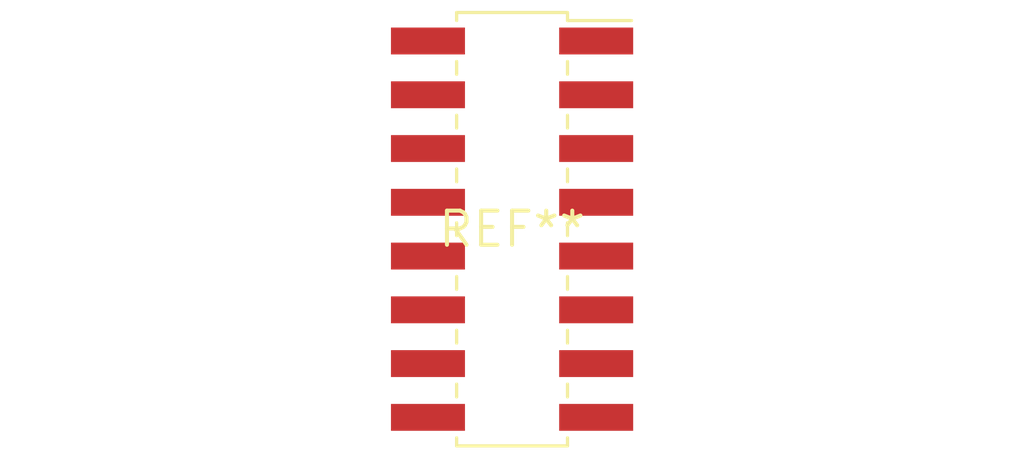
<source format=kicad_pcb>
(kicad_pcb (version 20240108) (generator pcbnew)
  (layers (0 "F.Cu" signal) (31 "B.Cu" signal) (34 "B.Paste" user) (35 "F.Paste" user) (36 "B.SilkS" user "B.Silkscreen") (37 "F.SilkS" user "F.Silkscreen") (38 "B.Mask" user) (39 "F.Mask" user) (44 "Edge.Cuts" user))
  (net 0 "")
  (footprint "PinSocket_2x08_P2.00mm_Vertical_SMD" (layer "F.Cu") (at 0 0)
    (property "Reference" "REF**")
    (property "Value" "PinSocket_2x08_P2.00mm_Vertical_SMD")
    (fp_line (start -2.06 -8.06) (end -2.06 -7.76) (layer "F.SilkS") (stroke (width 0.12)))
    (fp_line (start -2.06 -8.06) (end 2.06 -8.06) (layer "F.SilkS") (stroke (width 0.12)))
    (fp_line (start -2.06 -6.24) (end -2.06 -5.76) (layer "F.SilkS") (stroke (width 0.12)))
    (fp_line (start -2.06 -4.24) (end -2.06 -3.76) (layer "F.SilkS") (stroke (width 0.12)))
    (fp_line (start -2.06 -2.24) (end -2.06 -1.76) (layer "F.SilkS") (stroke (width 0.12)))
    (fp_line (start -2.06 -0.24) (end -2.06 0.24) (layer "F.SilkS") (stroke (width 0.12)))
    (fp_line (start -2.06 1.76) (end -2.06 2.24) (layer "F.SilkS") (stroke (width 0.12)))
    (fp_line (start -2.06 3.76) (end -2.06 4.24) (layer "F.SilkS") (stroke (width 0.12)))
    (fp_line (start -2.06 5.76) (end -2.06 6.24) (layer "F.SilkS") (stroke (width 0.12)))
    (fp_line (start -2.06 7.76) (end -2.06 8.06) (layer "F.SilkS") (stroke (width 0.12)))
    (fp_line (start -2.06 8.06) (end 2.06 8.06) (layer "F.SilkS") (stroke (width 0.12)))
    (fp_line (start 2.06 -8.06) (end 2.06 -7.76) (layer "F.SilkS") (stroke (width 0.12)))
    (fp_line (start 2.06 -7.76) (end 4.44 -7.76) (layer "F.SilkS") (stroke (width 0.12)))
    (fp_line (start 2.06 -6.24) (end 2.06 -5.76) (layer "F.SilkS") (stroke (width 0.12)))
    (fp_line (start 2.06 -4.24) (end 2.06 -3.76) (layer "F.SilkS") (stroke (width 0.12)))
    (fp_line (start 2.06 -2.24) (end 2.06 -1.76) (layer "F.SilkS") (stroke (width 0.12)))
    (fp_line (start 2.06 -0.24) (end 2.06 0.24) (layer "F.SilkS") (stroke (width 0.12)))
    (fp_line (start 2.06 1.76) (end 2.06 2.24) (layer "F.SilkS") (stroke (width 0.12)))
    (fp_line (start 2.06 3.76) (end 2.06 4.24) (layer "F.SilkS") (stroke (width 0.12)))
    (fp_line (start 2.06 5.76) (end 2.06 6.24) (layer "F.SilkS") (stroke (width 0.12)))
    (fp_line (start 2.06 7.76) (end 2.06 8.06) (layer "F.SilkS") (stroke (width 0.12)))
    (pad "1" smd rect (at 3.125 -7) (size 2.75 1) (layers "F.Cu" "F.Paste" "F.Mask"))
    (pad "2" smd rect (at -3.125 -7) (size 2.75 1) (layers "F.Cu" "F.Paste" "F.Mask"))
    (pad "3" smd rect (at 3.125 -5) (size 2.75 1) (layers "F.Cu" "F.Paste" "F.Mask"))
    (pad "4" smd rect (at -3.125 -5) (size 2.75 1) (layers "F.Cu" "F.Paste" "F.Mask"))
    (pad "5" smd rect (at 3.125 -3) (size 2.75 1) (layers "F.Cu" "F.Paste" "F.Mask"))
    (pad "6" smd rect (at -3.125 -3) (size 2.75 1) (layers "F.Cu" "F.Paste" "F.Mask"))
    (pad "7" smd rect (at 3.125 -1) (size 2.75 1) (layers "F.Cu" "F.Paste" "F.Mask"))
    (pad "8" smd rect (at -3.125 -1) (size 2.75 1) (layers "F.Cu" "F.Paste" "F.Mask"))
    (pad "9" smd rect (at 3.125 1) (size 2.75 1) (layers "F.Cu" "F.Paste" "F.Mask"))
    (pad "10" smd rect (at -3.125 1) (size 2.75 1) (layers "F.Cu" "F.Paste" "F.Mask"))
    (pad "11" smd rect (at 3.125 3) (size 2.75 1) (layers "F.Cu" "F.Paste" "F.Mask"))
    (pad "12" smd rect (at -3.125 3) (size 2.75 1) (layers "F.Cu" "F.Paste" "F.Mask"))
    (pad "13" smd rect (at 3.125 5) (size 2.75 1) (layers "F.Cu" "F.Paste" "F.Mask"))
    (pad "14" smd rect (at -3.125 5) (size 2.75 1) (layers "F.Cu" "F.Paste" "F.Mask"))
    (pad "15" smd rect (at 3.125 7) (size 2.75 1) (layers "F.Cu" "F.Paste" "F.Mask"))
    (pad "16" smd rect (at -3.125 7) (size 2.75 1) (layers "F.Cu" "F.Paste" "F.Mask"))
  )
)
</source>
